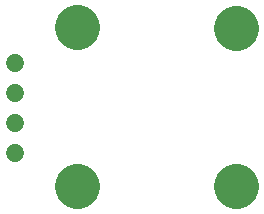
<source format=gbl>
G04 ( created by brdgerber.py ( brdgerber.py v0.1 2014-03-12 ) ) date 2020-09-29 22:27:32 EDT*
G04 Gerber Fmt 3.4, Leading zero omitted, Abs format*
%MOIN*%
%FSLAX34Y34*%
G01*
G70*
G90*
G04 APERTURE LIST*
%ADD11C,0.1500*%
%ADD18C,0.0600*%
%ADD12C,0.0000*%
%ADD19C,0.0024*%
%ADD16R,0.0629X0.0709*%
%ADD14C,0.0080*%
%ADD13R,0.0236X0.0866*%
%ADD15C,0.0050*%
%ADD10C,0.0200*%
%ADD17C,0.0060*%
G04 APERTURE END LIST*
G54D11*
D11*
G01X-33440Y15449D02*
G01X-33440Y15449D01*
D11*
G01X-33449Y10160D02*
G01X-33449Y10160D01*
D11*
G01X-28160Y10151D02*
G01X-28160Y10151D01*
D11*
G01X-28151Y15440D02*
G01X-28151Y15440D01*
D18*
G01X-35500Y11250D02*
G01X-35500Y11250D01*
D18*
G01X-35500Y12250D02*
G01X-35500Y12250D01*
D18*
G01X-35500Y13250D02*
G01X-35500Y13250D01*
D18*
G01X-35500Y14250D02*
G01X-35500Y14250D01*
M02*

</source>
